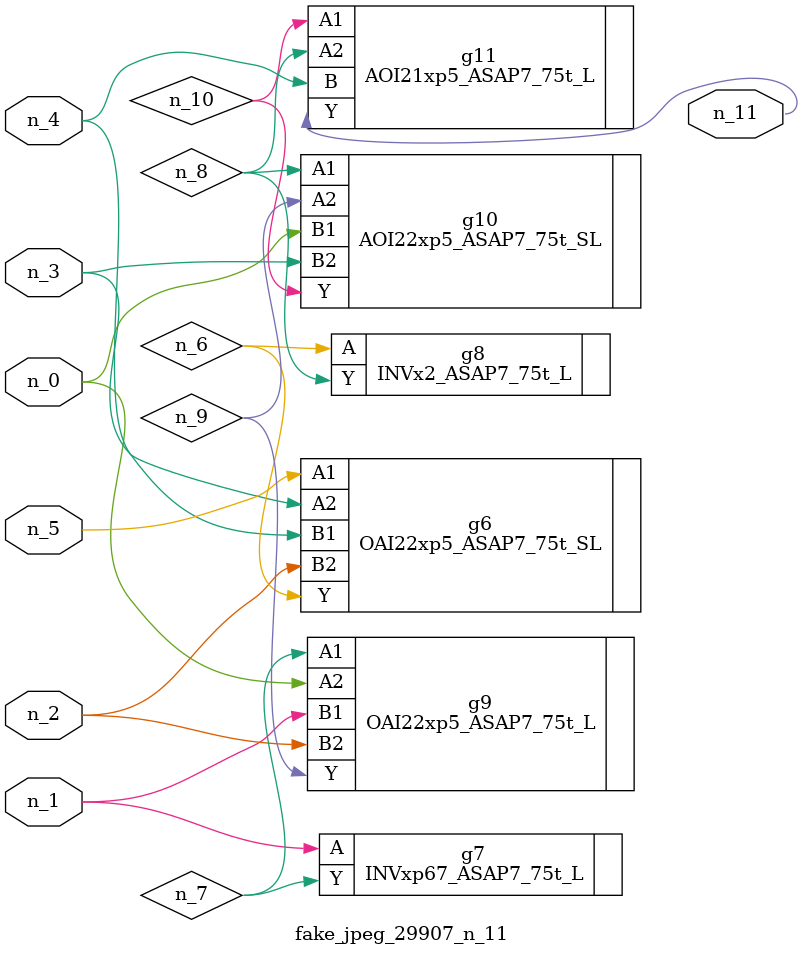
<source format=v>
module fake_jpeg_29907_n_11 (n_3, n_2, n_1, n_0, n_4, n_5, n_11);

input n_3;
input n_2;
input n_1;
input n_0;
input n_4;
input n_5;

output n_11;

wire n_10;
wire n_8;
wire n_9;
wire n_6;
wire n_7;

OAI22xp5_ASAP7_75t_SL g6 ( 
.A1(n_5),
.A2(n_3),
.B1(n_4),
.B2(n_2),
.Y(n_6)
);

INVxp67_ASAP7_75t_L g7 ( 
.A(n_1),
.Y(n_7)
);

INVx2_ASAP7_75t_L g8 ( 
.A(n_6),
.Y(n_8)
);

AOI22xp5_ASAP7_75t_SL g10 ( 
.A1(n_8),
.A2(n_9),
.B1(n_0),
.B2(n_3),
.Y(n_10)
);

OAI22xp5_ASAP7_75t_L g9 ( 
.A1(n_7),
.A2(n_0),
.B1(n_1),
.B2(n_2),
.Y(n_9)
);

AOI21xp5_ASAP7_75t_L g11 ( 
.A1(n_10),
.A2(n_8),
.B(n_4),
.Y(n_11)
);


endmodule
</source>
